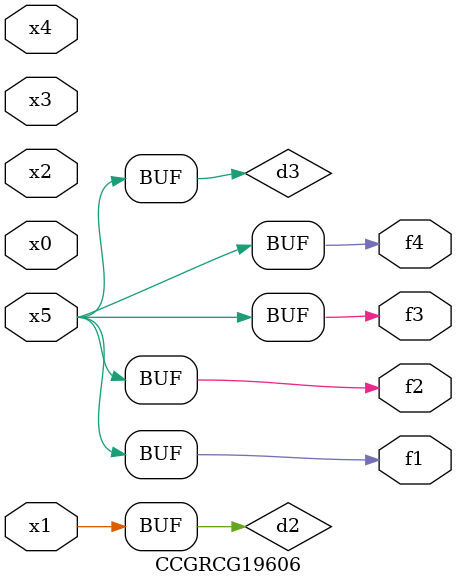
<source format=v>
module CCGRCG19606(
	input x0, x1, x2, x3, x4, x5,
	output f1, f2, f3, f4
);

	wire d1, d2, d3;

	not (d1, x5);
	or (d2, x1);
	xnor (d3, d1);
	assign f1 = d3;
	assign f2 = d3;
	assign f3 = d3;
	assign f4 = d3;
endmodule

</source>
